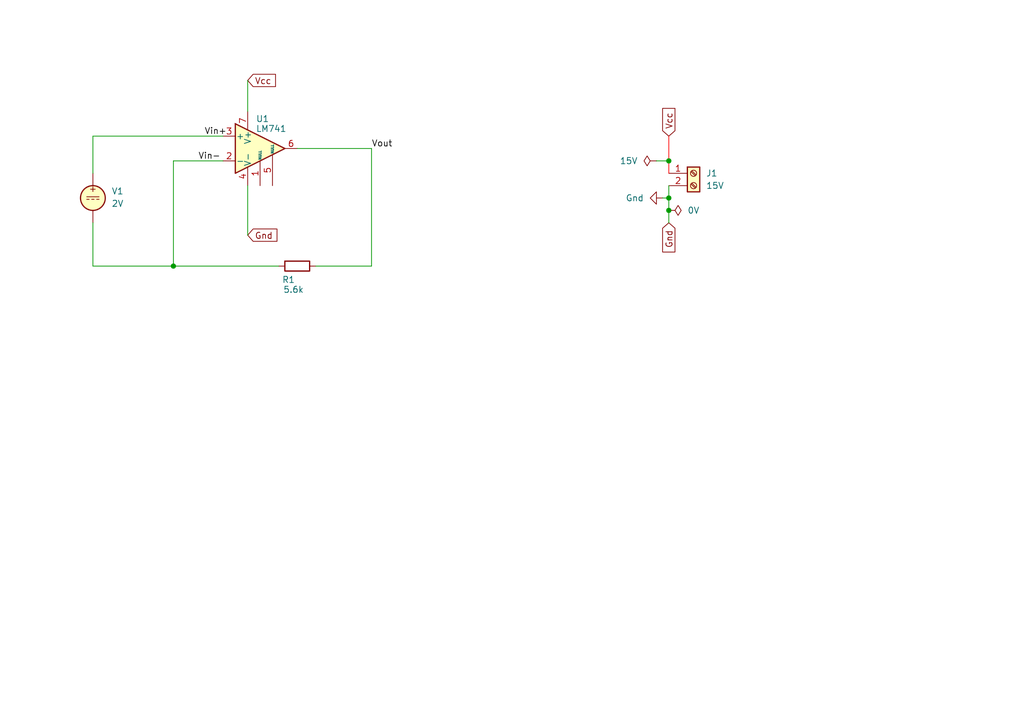
<source format=kicad_sch>
(kicad_sch (version 20250114) (generator "eeschema") (generator_version "9.0")
  (paper "A5")
  (lib_symbols
    (symbol "Amplifier_Operational:LM741" (pin_names (offset 0.127))
      (property "Reference" "U" (at 0 6.35 0))
      (property "Value" "LM741" (at 0 3.81 0))
      (symbol "LM741_0_1"
        (polyline (pts (xy -5.08 5.08) (xy 5.08 0) (xy -5.08 -5.08) (xy -5.08 5.08)) (stroke (width 0.254)) (fill (type background)))
      )
      (symbol "LM741_1_1"
        (pin input line (at -7.62 2.54 0) (length 2.54) (name "+") (number "3"))
        (pin input line (at -7.62 -2.54 0) (length 2.54) (name "-") (number "2"))
        (pin power_in line (at -2.54 7.62 270) (length 3.81) (name "V+") (number "7"))
        (pin power_in line (at -2.54 -7.62 90) (length 3.81) (name "V-") (number "4"))
        (pin no_connect line (at 0 2.54 270) (length 2.54) (hide yes) (name "NC") (number "8"))
        (pin input line (at 0 -7.62 90) (length 5.08) (name "NULL") (number "1"))
        (pin input line (at 2.54 -7.62 90) (length 6.35) (name "NULL") (number "5"))
        (pin output line (at 7.62 0 180) (length 2.54) (name "~") (number "6"))
      )
    )
    (symbol "Connector:Screw_Terminal_01x02" (pin_names (offset 1.016) (hide yes))
      (property "Reference" "J" (at 0 2.54 0))
      (property "Value" "Screw_Terminal_01x02" (at 0 -5.08 0))
      (symbol "Screw_Terminal_01x02_1_1"
        (rectangle (start -1.27 1.27) (end 1.27 -3.81) (stroke (width 0.254)) (fill (type background)))
        (polyline (pts (xy -0.5334 0.3302) (xy 0.3302 -0.508)) (stroke (width 0.1524)))
        (polyline (pts (xy -0.5334 -2.2098) (xy 0.3302 -3.048)) (stroke (width 0.1524)))
        (polyline (pts (xy -0.3556 0.508) (xy 0.508 -0.3302)) (stroke (width 0.1524)))
        (polyline (pts (xy -0.3556 -2.032) (xy 0.508 -2.8702)) (stroke (width 0.1524)))
        (circle (center 0 0) (radius 0.635) (stroke (width 0.1524)))
        (circle (center 0 -2.54) (radius 0.635) (stroke (width 0.1524)))
        (pin passive line (at -5.08 0 0) (length 3.81) (name "Pin_1") (number "1"))
        (pin passive line (at -5.08 -2.54 0) (length 3.81) (name "Pin_2") (number "2"))
      )
    )
    (symbol "Device:R" (pin_numbers (hide yes)) (pin_names (offset 0))
      (property "Reference" "R" (at 2.032 0 90))
      (property "Value" "R" (at 0 0 90))
      (symbol "R_0_1"
        (rectangle (start -1.016 -2.54) (end 1.016 2.54) (stroke (width 0.254)))
      )
      (symbol "R_1_1"
        (pin passive line (at 0 3.81 270) (length 1.27) (name "~") (number "1"))
        (pin passive line (at 0 -3.81 90) (length 1.27) (name "~") (number "2"))
      )
    )
    (symbol "Simulation_SPICE:VDC" (pin_numbers (hide yes)) (pin_names (offset 0.0254))
      (property "Reference" "V" (at 2.54 2.54 0))
      (property "Value" "1" (at 2.54 0 0))
      (symbol "VDC_0_0"
        (polyline (pts (xy -1.27 0.254) (xy 1.27 0.254)))
        (polyline (pts (xy -0.762 -0.254) (xy -1.27 -0.254)))
        (polyline (pts (xy 0.254 -0.254) (xy -0.254 -0.254)))
        (polyline (pts (xy 1.27 -0.254) (xy 0.762 -0.254)))
        (text "+" (at 0 1.905 0) (effects (font (size 1.27 1.27))))
      )
      (symbol "VDC_0_1"
        (circle (center 0 0) (radius 2.54) (stroke (width 0.254)) (fill (type background)))
      )
      (symbol "VDC_1_1"
        (pin passive line (at 0 5.08 270) (length 2.54) (name "~") (number "1"))
        (pin passive line (at 0 -5.08 90) (length 2.54) (name "~") (number "2"))
      )
    )
    (symbol "power:GND" (power) (pin_numbers (hide yes)) (pin_names (offset 0) (hide yes))
      (property "Value" "GND" (at 0 -3.81 0))
      (symbol "GND_0_1"
        (polyline (pts (xy 0 0) (xy 0 -1.27) (xy 1.27 -1.27) (xy 0 -2.54) (xy -1.27 -1.27) (xy 0 -1.27)))
      )
      (symbol "GND_1_1"
        (pin power_in line (at 0 0 270) (length 0) (name "~") (number "1"))
      )
    )
    (symbol "power:PWR_FLAG" (power) (pin_numbers (hide yes)) (pin_names (offset 0) (hide yes))
      (property "Value" "PWR_FLAG" (at 0 3.81 0))
      (symbol "PWR_FLAG_0_0"
        (pin power_out line (at 0 0 90) (length 0) (name "~") (number "1"))
      )
      (symbol "PWR_FLAG_0_1"
        (polyline (pts (xy 0 0) (xy 0 1.27) (xy -1.016 1.905) (xy 0 2.54) (xy 1.016 1.905) (xy 0 1.27)))
      )
    )
  )
  (junction (at 35.56 54.61))
  (junction (at 137.16 33.02))
  (junction (at 137.16 40.64))
  (junction (at 137.16 43.18))
  (wire (pts (xy 137.16 38.1) (xy 137.16 40.64)))
  (wire (pts (xy 50.8 48.26) (xy 50.8 38.1)))
  (wire (pts (xy 137.16 27.94) (xy 137.16 33.02)) (stroke (width 0) (color 255 0 0 1)))
  (wire (pts (xy 35.56 54.61) (xy 57.15 54.61)))
  (wire (pts (xy 19.05 54.61) (xy 19.05 45.72)))
  (wire (pts (xy 76.2 30.48) (xy 76.2 54.61)))
  (wire (pts (xy 19.05 27.94) (xy 19.05 35.56)))
  (wire (pts (xy 137.16 43.18) (xy 137.16 45.72)))
  (wire (pts (xy 19.05 54.61) (xy 35.56 54.61)))
  (wire (pts (xy 137.16 40.64) (xy 137.16 43.18)))
  (wire (pts (xy 134.62 33.02) (xy 137.16 33.02)))
  (wire (pts (xy 137.16 35.56) (xy 137.16 33.02)) (stroke (width 0) (color 255 0 0 1)))
  (wire (pts (xy 50.8 16.51) (xy 50.8 22.86)))
  (wire (pts (xy 19.05 27.94) (xy 45.72 27.94)))
  (wire (pts (xy 45.72 33.02) (xy 35.56 33.02)))
  (wire (pts (xy 35.56 33.02) (xy 35.56 54.61)))
  (wire (pts (xy 64.77 54.61) (xy 76.2 54.61)))
  (wire (pts (xy 135.89 40.64) (xy 137.16 40.64)))
  (wire (pts (xy 60.96 30.48) (xy 76.2 30.48)))
  (label "Vin-" (at 40.64 33.02 0))
  (label "Vout" (at 76.2 30.48 0))
  (label "Vin+" (at 41.91 27.94 0))
  (global_label "Gnd" (shape input) (at 50.8 48.26 0) (property "Intersheetrefs" "${INTERSHEET_REFS}" (effects (hide yes))))
  (global_label "Vcc" (shape input) (at 137.16 27.94 90) (property "Intersheetrefs" "${INTERSHEET_REFS}" (effects (hide yes))))
  (global_label "Vcc" (shape input) (at 50.8 16.51 0) (property "Intersheetrefs" "${INTERSHEET_REFS}" (effects (hide yes))))
  (global_label "Gnd" (shape input) (at 137.16 45.72 270) (property "Intersheetrefs" "${INTERSHEET_REFS}" (effects (hide yes))))
  (symbol (lib_id "Connector:Screw_Terminal_01x02") (at 142.24 35.56 0) (unit 1)
    (property "Reference" "J1" (at 144.78 35.5599 0) (effects (justify left)))
    (property "Value" "15V" (at 144.78 38.0999 0) (effects (justify left)))
    (property "Footprint" "TerminalBlock:TerminalBlock_Xinya_XY308-2.54-2P_1x02_P2.54mm_Horizontal" (effects (hide yes)))
    (property "Description" "Generic screw terminal, single row, 01x02, script generated (kicad-library-utils/schlib/autogen/connector/)" (effects (hide yes)))
    (property "Sim.Device" "V" (effects (hide yes)))
    (property "Sim.Type" "DC" (effects (hide yes)))
    (property "Sim.Pins" "1=+ 2=-" (effects (hide yes)))
  )
  (symbol (lib_id "power:GND") (at 135.89 40.64 270) (unit 1)
    (property "Reference" "#PWR03" (effects (hide yes)))
    (property "Value" "Gnd" (at 132.08 40.6399 90) (effects (justify right)))
    (property "Description" "Power symbol creates a global label with name \"GND\" , ground" (effects (hide yes)))
  )
  (symbol (lib_id "power:PWR_FLAG") (at 137.16 43.18 270) (unit 1)
    (property "Reference" "#FLG02" (effects (hide yes)))
    (property "Value" "0V" (at 140.97 43.1799 90) (effects (justify left)))
    (property "Description" "Special symbol for telling ERC where power comes from" (effects (hide yes)))
  )
  (symbol (lib_id "Amplifier_Operational:LM741") (at 53.34 30.48 0) (unit 1)
    (property "Reference" "U1" (at 53.848 24.384 0))
    (property "Value" "LM741" (at 55.626 26.416 0))
    (property "Datasheet" "http://www.ti.com/lit/ds/symlink/lm741.pdf" (effects (hide yes)))
    (property "Description" "Operational Amplifier, DIP-8/TO-99-8" (effects (hide yes)))
    (property "Sim.Library" "/home/kjetil/kicad/lm741.lib" (effects (hide yes)))
    (property "Sim.Name" "LM741" (effects (hide yes)))
    (property "Sim.Device" "SUBCKT" (effects (hide yes)))
    (property "Sim.Pins" "1=1 2=2 3=99 4=50 5=28" (effects (hide yes)))
  )
  (symbol (lib_id "Simulation_SPICE:VDC") (at 19.05 40.64 0) (unit 1)
    (property "Reference" "V1" (at 22.86 39.2401 0) (effects (justify left)))
    (property "Value" "2V" (at 22.86 41.7801 0) (effects (justify left)))
    (property "Datasheet" "https://ngspice.sourceforge.io/docs/ngspice-html-manual/manual.xhtml#sec_Independent_Sources_for" (effects (hide yes)))
    (property "Description" "Voltage source, DC" (effects (hide yes)))
    (property "Sim.Pins" "1=+ 2=-" (effects (hide yes)))
    (property "Sim.Type" "DC" (effects (hide yes)))
    (property "Sim.Device" "V" (effects (hide yes)))
  )
  (symbol (lib_id "Device:R") (at 60.96 54.61 270) (unit 1)
    (property "Reference" "R1" (at 59.182 57.404 90))
    (property "Value" "5.6k" (at 60.198 59.436 90))
    (property "Description" "Resistor" (effects (hide yes)))
  )
  (symbol (lib_id "power:PWR_FLAG") (at 134.62 33.02 90) (unit 1)
    (property "Reference" "#FLG01" (effects (hide yes)))
    (property "Value" "15V" (at 130.81 33.0199 90) (effects (justify left)))
    (property "Description" "Special symbol for telling ERC where power comes from" (effects (hide yes)))
  )
)
</source>
